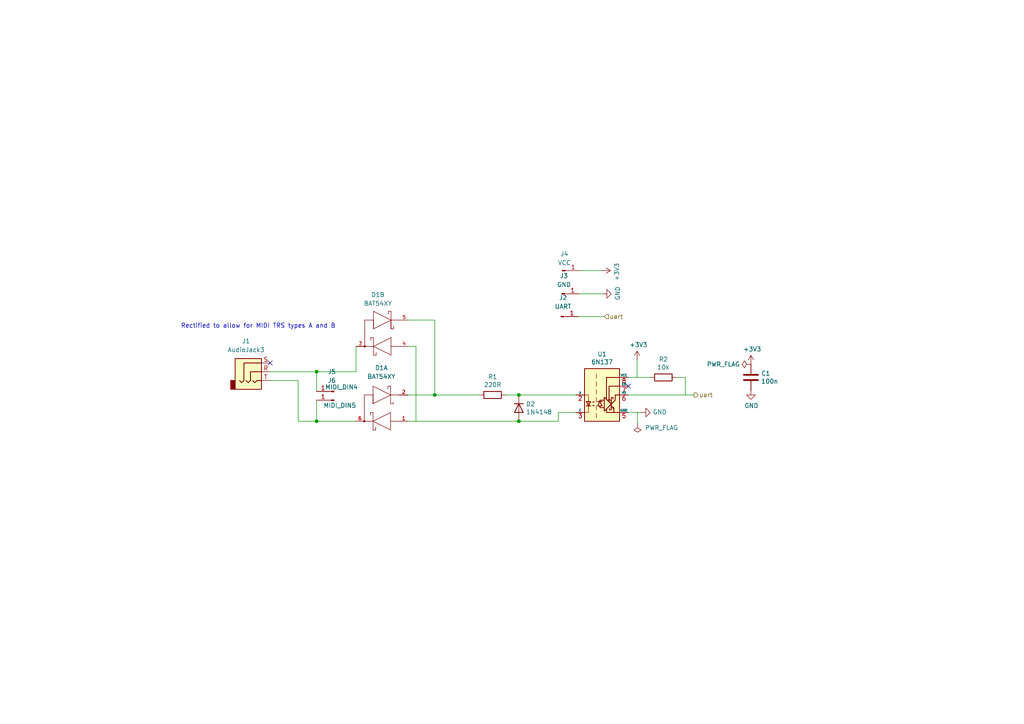
<source format=kicad_sch>
(kicad_sch (version 20211123) (generator eeschema)
  (paper "A4")
  (lib_symbols
    (symbol "Connector:AudioJack3"
      (property "Reference" "J" (at 0 8.89 0))
      (property "Value" "AudioJack3" (at 0 6.35 0))
      (symbol "AudioJack3_0_1"
        (rectangle (start -5.08 -5.08) (end -6.35 -2.54) (stroke (width 0.254)) (fill (type outline)))
        (polyline (pts (xy 0 -2.54) (xy 0.635 -3.175) (xy 1.27 -2.54) (xy 2.54 -2.54)) (stroke (width 0.254)))
        (polyline (pts (xy -1.905 -2.54) (xy -1.27 -3.175) (xy -0.635 -2.54) (xy -0.635 0) (xy 2.54 0)) (stroke (width 0.254)))
        (polyline (pts (xy 2.54 2.54) (xy -2.54 2.54) (xy -2.54 -2.54) (xy -3.175 -3.175) (xy -3.81 -2.54)) (stroke (width 0.254)))
        (rectangle (start 2.54 3.81) (end -5.08 -5.08) (stroke (width 0.254)) (fill (type background)))
      )
      (symbol "AudioJack3_1_1"
        (pin passive line (at 5.08 0 180) (length 2.54) (name "~") (number "R"))
        (pin passive line (at 5.08 2.54 180) (length 2.54) (name "~") (number "S"))
        (pin passive line (at 5.08 -2.54 180) (length 2.54) (name "~") (number "T"))
      )
    )
    (symbol "Connector:Conn_01x01_Male" (pin_names (offset 1.016) hide)
      (property "Reference" "J" (at 0 2.54 0))
      (property "Value" "Conn_01x01_Male" (at 0 -2.54 0))
      (symbol "Conn_01x01_Male_1_1"
        (polyline (pts (xy 1.27 0) (xy 0.8636 0)) (stroke (width 0.1524)))
        (rectangle (start 0.8636 0.127) (end 0 -0.127) (stroke (width 0.1524)) (fill (type outline)))
        (pin passive line (at 5.08 0 180) (length 3.81) (name "Pin_1") (number "1"))
      )
    )
    (symbol "Device:C" (pin_numbers hide) (pin_names (offset 0.254))
      (property "Reference" "C" (at 0.635 2.54 0))
      (property "Value" "C" (at 0.635 -2.54 0))
      (symbol "C_0_1"
        (polyline (pts (xy -2.032 -0.762) (xy 2.032 -0.762)) (stroke (width 0.508)))
        (polyline (pts (xy -2.032 0.762) (xy 2.032 0.762)) (stroke (width 0.508)))
      )
      (symbol "C_1_1"
        (pin passive line (at 0 3.81 270) (length 2.794) (name "~") (number "1"))
        (pin passive line (at 0 -3.81 90) (length 2.794) (name "~") (number "2"))
      )
    )
    (symbol "Device:R" (pin_numbers hide) (pin_names (offset 0))
      (property "Reference" "R" (at 2.032 0 90))
      (property "Value" "R" (at 0 0 90))
      (symbol "R_0_1"
        (rectangle (start -1.016 -2.54) (end 1.016 2.54) (stroke (width 0.254)))
      )
      (symbol "R_1_1"
        (pin passive line (at 0 3.81 270) (length 1.27) (name "~") (number "1"))
        (pin passive line (at 0 -3.81 90) (length 1.27) (name "~") (number "2"))
      )
    )
    (symbol "Diode:1N4148" (pin_numbers hide) (pin_names (offset 1.016) hide)
      (property "Reference" "D" (at 0 2.54 0))
      (property "Value" "1N4148" (at 0 -2.54 0))
      (symbol "1N4148_0_1"
        (polyline (pts (xy -1.27 1.27) (xy -1.27 -1.27)) (stroke (width 0.254)))
        (polyline (pts (xy 1.27 0) (xy -1.27 0)))
        (polyline (pts (xy 1.27 1.27) (xy 1.27 -1.27) (xy -1.27 0) (xy 1.27 1.27)) (stroke (width 0.254)))
      )
      (symbol "1N4148_1_1"
        (pin passive line (at -3.81 0 0) (length 2.54) (name "K") (number "1"))
        (pin passive line (at 3.81 0 180) (length 2.54) (name "A") (number "2"))
      )
    )
    (symbol "Isolator:6N137" (pin_names (offset 0))
      (property "Reference" "U" (at -4.064 8.89 0))
      (property "Value" "6N137" (at 0 -8.89 0))
      (symbol "6N137_0_1"
        (polyline (pts (xy 2.667 -3.556) (xy 2.667 -1.651)) (stroke (width 0.254)))
        (polyline (pts (xy 2.667 -2.159) (xy 2.667 -2.921)) (stroke (width 0.254)))
        (polyline (pts (xy 3.429 -3.937) (xy 3.429 -5.08)) (stroke (width 0.254)))
        (polyline (pts (xy -0.635 -3.302) (xy -0.635 -3.683) (xy 0.635 -3.683)) (stroke (width 0.254)))
        (polyline (pts (xy -0.635 -1.905) (xy -0.635 -1.524) (xy 0.508 -1.524)) (stroke (width 0.254)))
        (polyline (pts (xy 1.27 -4.064) (xy 1.27 -5.08) (xy 5.08 -5.08)) (stroke (width 0.254)))
        (polyline (pts (xy 1.27 -1.27) (xy 1.27 5.08) (xy 5.08 5.08)) (stroke (width 0.254)))
        (polyline (pts (xy 2.032 -1.27) (xy 2.032 2.54) (xy 5.08 2.54)) (stroke (width 0.254)))
        (polyline (pts (xy -5.08 -5.08) (xy -3.937 -5.08) (xy -3.937 0) (xy -5.08 0)))
        (polyline (pts (xy 2.667 -3.302) (xy 2.667 -4.318) (xy 2.159 -4.318) (xy 2.159 -3.937)) (stroke (width 0.254)))
        (polyline (pts (xy 2.667 -2.667) (xy 0.635 -4.699) (xy 0.635 -0.635) (xy 2.667 -2.667)) (stroke (width 0.254)))
        (polyline (pts (xy 2.667 -1.778) (xy 2.667 -0.762) (xy 3.175 -0.762) (xy 3.175 -1.143)) (stroke (width 0.254)))
        (polyline (pts (xy 2.794 -2.54) (xy 3.81 -1.524) (xy 3.81 0) (xy 5.08 0)) (stroke (width 0.254)))
        (polyline (pts (xy 2.667 -3.175) (xy 3.429 -3.937) (xy 3.302 -3.556) (xy 3.048 -3.81) (xy 3.429 -3.937)) (stroke (width 0.254)))
        (circle (center 2.032 -1.524) (radius 0.254) (stroke (width 0.254)))
      )
      (symbol "6N137_1_1"
        (rectangle (start -5.08 7.62) (end 5.08 -7.62) (stroke (width 0.254)) (fill (type background)))
        (polyline (pts (xy -4.572 -3.175) (xy -3.302 -3.175)) (stroke (width 0.254)))
        (polyline (pts (xy -1.651 -5.334) (xy -1.651 -6.604)))
        (polyline (pts (xy -1.651 -3.048) (xy -1.651 -4.318)))
        (polyline (pts (xy -1.651 -0.762) (xy -1.651 -2.032)))
        (polyline (pts (xy -1.651 1.524) (xy -1.651 0.254)))
        (polyline (pts (xy -1.651 3.81) (xy -1.651 2.54)))
        (polyline (pts (xy -1.651 6.096) (xy -1.651 4.826)))
        (polyline (pts (xy -1.27 -1.905) (xy 0 -1.905)) (stroke (width 0.254)))
        (polyline (pts (xy -3.937 -3.175) (xy -4.572 -1.905) (xy -3.302 -1.905) (xy -3.937 -3.175)) (stroke (width 0.254)))
        (polyline (pts (xy -0.635 -1.905) (xy -1.27 -3.175) (xy 0 -3.175) (xy -0.635 -1.905)) (stroke (width 0.254)))
        (polyline (pts (xy -2.921 -3.048) (xy -2.159 -3.048) (xy -2.54 -3.175) (xy -2.54 -2.921) (xy -2.159 -3.048)) (stroke (width 0.127)))
        (polyline (pts (xy -2.921 -2.032) (xy -2.159 -2.032) (xy -2.54 -2.159) (xy -2.54 -1.905) (xy -2.159 -2.032)) (stroke (width 0.127)))
        (pin no_connect line (at -5.08 5.08 0) (length 2.54) hide (name "NC") (number "1"))
        (pin passive line (at -7.62 0 0) (length 2.54) (name "A") (number "2"))
        (pin passive line (at -7.62 -5.08 0) (length 2.54) (name "C") (number "3"))
        (pin power_in line (at 7.62 -5.08 180) (length 2.54) (name "GND") (number "5"))
        (pin open_collector line (at 7.62 0 180) (length 2.54) (name "VO") (number "6"))
        (pin input line (at 7.62 2.54 180) (length 2.54) (name "EN") (number "7"))
        (pin power_in line (at 7.62 5.08 180) (length 2.54) (name "VCC") (number "8"))
      )
    )
    (symbol "eec:BAT54XYH" (pin_names (offset 1.016))
      (property "Reference" "D" (at 0 5.08 0))
      (property "Value" "BAT54XYH" (at 0 7.62 0))
      (symbol "BAT54XYH_1_1"
        (polyline (pts (xy 5.08 -7.62) (xy 7.62 -7.62)))
        (polyline (pts (xy 5.08 0) (xy 7.62 0)))
        (polyline (pts (xy 6.858 -5.08) (xy 6.858 -5.588)))
        (polyline (pts (xy 7.62 -10.16) (xy 8.382 -10.16)))
        (polyline (pts (xy 7.62 -7.62) (xy 12.7 -5.08)))
        (polyline (pts (xy 7.62 -5.08) (xy 6.858 -5.08)))
        (polyline (pts (xy 7.62 -5.08) (xy 7.62 -10.16)))
        (polyline (pts (xy 7.62 -2.54) (xy 12.7 0)))
        (polyline (pts (xy 7.62 2.54) (xy 7.62 -2.54)))
        (polyline (pts (xy 7.62 2.54) (xy 12.7 0)))
        (polyline (pts (xy 8.382 -10.16) (xy 8.382 -9.398)))
        (polyline (pts (xy 11.938 2.54) (xy 11.938 1.778)))
        (polyline (pts (xy 12.7 -10.16) (xy 7.62 -7.62)))
        (polyline (pts (xy 12.7 -7.62) (xy 12.7 -5.08)))
        (polyline (pts (xy 12.7 -7.62) (xy 15.24 -7.62)))
        (polyline (pts (xy 12.7 -5.08) (xy 12.7 -10.16)))
        (polyline (pts (xy 12.7 -2.54) (xy 13.462 -2.54)))
        (polyline (pts (xy 12.7 0) (xy 15.24 0)))
        (polyline (pts (xy 12.7 2.54) (xy 11.938 2.54)))
        (polyline (pts (xy 12.7 2.54) (xy 12.7 -2.54)))
        (polyline (pts (xy 13.462 -2.54) (xy 13.462 -1.778)))
        (polyline (pts (xy 15.24 0) (xy 15.24 -7.62)))
        (circle (center 15.24 0) (radius 0.254))
        (pin passive line (at 2.54 0 0) (length 2.54) (name "anode_1") (number "1"))
        (pin passive line (at 2.54 -7.62 0) (length 2.54) (name "cathode_2") (number "2"))
        (pin passive line (at 17.78 0 180) (length 2.54) (name "cathode1/anode2") (number "6"))
      )
      (symbol "BAT54XYH_2_1"
        (polyline (pts (xy 5.08 -7.62) (xy 7.62 -7.62)))
        (polyline (pts (xy 5.08 0) (xy 7.62 0)))
        (polyline (pts (xy 6.858 -5.08) (xy 6.858 -5.842)))
        (polyline (pts (xy 7.62 -10.16) (xy 8.382 -10.16)))
        (polyline (pts (xy 7.62 -7.62) (xy 7.62 -5.08)))
        (polyline (pts (xy 7.62 -7.62) (xy 12.7 -5.08)))
        (polyline (pts (xy 7.62 -5.08) (xy 6.858 -5.08)))
        (polyline (pts (xy 7.62 -5.08) (xy 7.62 -10.16)))
        (polyline (pts (xy 7.62 -2.54) (xy 12.7 0)))
        (polyline (pts (xy 7.62 2.54) (xy 7.62 -2.54)))
        (polyline (pts (xy 7.62 2.54) (xy 12.7 0)))
        (polyline (pts (xy 8.382 -10.16) (xy 8.382 -9.398)))
        (polyline (pts (xy 11.938 2.54) (xy 11.938 1.778)))
        (polyline (pts (xy 12.7 -10.16) (xy 7.62 -7.62)))
        (polyline (pts (xy 12.7 -7.62) (xy 12.7 -5.08)))
        (polyline (pts (xy 12.7 -5.08) (xy 12.7 -10.16)))
        (polyline (pts (xy 12.7 -2.54) (xy 13.462 -2.54)))
        (polyline (pts (xy 12.7 0) (xy 15.24 0)))
        (polyline (pts (xy 12.7 2.54) (xy 11.938 2.54)))
        (polyline (pts (xy 12.7 2.54) (xy 12.7 -2.54)))
        (polyline (pts (xy 13.462 -2.54) (xy 13.462 -1.778)))
        (polyline (pts (xy 15.24 -7.62) (xy 12.7 -7.62)))
        (polyline (pts (xy 15.24 0) (xy 15.24 -7.62)))
        (polyline (pts (xy 15.24 0) (xy 17.78 0)))
        (polyline (pts (xy 17.78 0) (xy 15.24 0)))
        (circle (center 15.24 0) (radius 0.254))
        (pin passive line (at 17.78 0 180) (length 2.54) (name "anode3/cathode4") (number "3"))
        (pin passive line (at 2.54 0 0) (length 2.54) (name "anode4") (number "4"))
        (pin passive line (at 2.54 -7.62 0) (length 2.54) (name "cathode3") (number "5"))
      )
    )
    (symbol "power:+3.3V" (power) (pin_names (offset 0))
      (property "Value" "+3.3V" (at 0 3.556 0))
      (symbol "+3.3V_0_1"
        (polyline (pts (xy -0.762 1.27) (xy 0 2.54)))
        (polyline (pts (xy 0 0) (xy 0 2.54)))
        (polyline (pts (xy 0 2.54) (xy 0.762 1.27)))
      )
      (symbol "+3.3V_1_1"
        (pin power_in line (at 0 0 90) (length 0) hide (name "+3V3") (number "1"))
      )
    )
    (symbol "power:GND" (power) (pin_names (offset 0))
      (property "Value" "GND" (at 0 -3.81 0))
      (symbol "GND_0_1"
        (polyline (pts (xy 0 0) (xy 0 -1.27) (xy 1.27 -1.27) (xy 0 -2.54) (xy -1.27 -1.27) (xy 0 -1.27)))
      )
      (symbol "GND_1_1"
        (pin power_in line (at 0 0 270) (length 0) hide (name "GND") (number "1"))
      )
    )
    (symbol "power:PWR_FLAG" (power) (pin_numbers hide) (pin_names (offset 0) hide)
      (property "Value" "PWR_FLAG" (at 0 3.81 0))
      (symbol "PWR_FLAG_0_0"
        (pin power_out line (at 0 0 90) (length 0) (name "pwr") (number "1"))
      )
      (symbol "PWR_FLAG_0_1"
        (polyline (pts (xy 0 0) (xy 0 1.27) (xy -1.016 1.905) (xy 0 2.54) (xy 1.016 1.905) (xy 0 1.27)))
      )
    )
  )
  (junction (at 126.111 114.554))
  (junction (at 150.495 114.554))
  (junction (at 150.495 122.174))
  (junction (at 91.821 122.174))
  (junction (at 91.821 107.823))
  (no_connect (at 182.245 112.014))
  (no_connect (at 78.359 105.283))
  (wire (pts (xy 198.755 114.554) (xy 201.295 114.554)))
  (wire (pts (xy 146.685 114.554) (xy 150.495 114.554)))
  (wire (pts (xy 120.65 100.457) (xy 120.65 122.174)))
  (wire (pts (xy 103.251 107.823) (xy 103.251 100.457)))
  (wire (pts (xy 118.491 100.457) (xy 120.65 100.457)))
  (wire (pts (xy 161.925 122.174) (xy 161.925 119.634)))
  (wire (pts (xy 78.359 110.363) (xy 86.487 110.363)))
  (wire (pts (xy 78.359 107.823) (xy 91.821 107.823)))
  (wire (pts (xy 91.821 107.823) (xy 103.251 107.823)))
  (wire (pts (xy 167.767 91.821) (xy 175.26 91.821)))
  (wire (pts (xy 150.495 122.174) (xy 161.925 122.174)))
  (wire (pts (xy 184.785 104.394) (xy 184.785 109.474)))
  (wire (pts (xy 182.245 114.554) (xy 198.755 114.554)))
  (wire (pts (xy 118.491 92.837) (xy 126.111 92.837)))
  (wire (pts (xy 125.984 114.554) (xy 126.111 114.554)))
  (wire (pts (xy 184.912 119.634) (xy 186.055 119.634)))
  (wire (pts (xy 182.245 109.474) (xy 184.785 109.474)))
  (wire (pts (xy 196.215 109.474) (xy 198.755 109.474)))
  (wire (pts (xy 118.364 122.174) (xy 120.65 122.174)))
  (wire (pts (xy 118.364 114.554) (xy 125.984 114.554)))
  (wire (pts (xy 91.821 122.174) (xy 103.124 122.174)))
  (wire (pts (xy 126.111 114.554) (xy 139.065 114.554)))
  (wire (pts (xy 184.785 109.474) (xy 188.595 109.474)))
  (wire (pts (xy 184.912 119.634) (xy 184.912 122.809)))
  (wire (pts (xy 168.148 78.486) (xy 174.498 78.486)))
  (wire (pts (xy 198.755 109.474) (xy 198.755 114.554)))
  (wire (pts (xy 126.111 92.837) (xy 126.111 114.554)))
  (wire (pts (xy 86.487 122.174) (xy 91.821 122.174)))
  (wire (pts (xy 150.495 114.554) (xy 167.005 114.554)))
  (wire (pts (xy 91.821 116.078) (xy 91.821 122.174)))
  (wire (pts (xy 168.021 85.217) (xy 174.752 85.217)))
  (wire (pts (xy 120.65 122.174) (xy 150.495 122.174)))
  (wire (pts (xy 86.487 110.363) (xy 86.487 122.174)))
  (wire (pts (xy 182.245 119.634) (xy 184.912 119.634)))
  (wire (pts (xy 91.821 107.823) (xy 91.821 113.538)))
  (wire (pts (xy 161.925 119.634) (xy 167.005 119.634)))
  (text "Rectified to allow for MIDI TRS types A and B" (at 52.451 95.377 0) (effects (font (size 1.27 1.27)) (justify left bottom)))
  (hierarchical_label "uart" (shape output) (at 201.295 114.554 0))
  (hierarchical_label "uart" (shape input) (at 175.26 91.821 0))
  (symbol (lib_id "Device:R") (at 192.405 109.474 270) (unit 1)
    (property "Reference" "R2" (at 192.405 104.2162 90))
    (property "Value" "10k" (at 192.405 106.5276 90))
    (property "Footprint" "Resistor_SMD:R_0603_1608Metric" (effects hide))
    (property "LCSC" "C25804" (effects hide))
  )
  (symbol (lib_id "power:+3.3V") (at 184.785 104.394 0) (unit 1)
    (property "Reference" "#PWR01" (effects hide))
    (property "Value" "+3.3V" (at 185.166 99.9998 0))
  )
  (symbol (lib_id "Connector:Conn_01x01_Male") (at 162.687 91.821 0) (unit 1)
    (property "Reference" "J2" (at 163.322 86.36 0))
    (property "Value" "UART" (at 163.322 88.9 0))
    (property "Footprint" "TestPoint:TestPoint_Pad_2.0x2.0mm" (effects hide))
  )
  (symbol (lib_id "Connector:Conn_01x01_Male") (at 162.941 85.217 0) (unit 1)
    (property "Reference" "J3" (at 163.576 80.01 0))
    (property "Value" "GND" (at 163.576 82.55 0))
    (property "Footprint" "TestPoint:TestPoint_Pad_2.0x2.0mm" (effects hide))
  )
  (symbol (lib_id "Connector:Conn_01x01_Male") (at 96.901 116.078 180) (unit 1)
    (property "Reference" "J6" (at 96.266 110.363 0))
    (property "Value" "MIDI_DIN5" (at 98.552 117.602 0))
    (property "Footprint" "TestPoint:TestPoint_Pad_2.0x2.0mm" (effects hide))
  )
  (symbol (lib_id "Connector:Conn_01x01_Male") (at 163.068 78.486 0) (unit 1)
    (property "Reference" "J4" (at 163.703 73.66 0))
    (property "Value" "VCC" (at 163.703 76.2 0))
    (property "Footprint" "TestPoint:TestPoint_Pad_2.0x2.0mm" (effects hide))
  )
  (symbol (lib_id "eec:BAT54XYH") (at 120.904 122.174 180) (unit 1)
    (property "Reference" "D1" (at 110.617 106.68 0))
    (property "Value" "BAT54XY" (at 110.617 109.22 0))
    (property "Footprint" "Package_TO_SOT_SMD:SOT-363_SC-70-6" (effects hide))
    (property "Datasheet" "https://assets.nexperia.com/documents/data-sheet/BAT54XY.pdf" (effects hide))
    (property "ambient temperature range high" "+125°C" (effects hide))
    (property "ambient temperature range low" "-55°C" (effects hide))
    (property "automotive" "Yes" (effects hide))
    (property "automotive grade" "Grade 1" (effects hide))
    (property "capacitance" "10pF" (effects hide))
    (property "category" "Diode" (effects hide))
    (property "device class L1" "Discrete Semiconductors" (effects hide))
    (property "device class L2" "Diodes" (effects hide))
    (property "device class L3" "Schottky Diodes" (effects hide))
    (property "digikey description" "DIODE ARRAY SCHOTTKY 30V SC-88" (effects hide))
    (property "digikey part number" "1727-2723-1-ND" (effects hide))
    (property "footprint url" "https://assets.nexperia.com/documents/outline-drawing/SOT363.pdf" (effects hide))
    (property "forward current" "200mA" (effects hide))
    (property "height" "1.1mm" (effects hide))
    (property "lead free" "Yes" (effects hide))
    (property "library id" "374a3860a4aefc37" (effects hide))
    (property "manufacturer" "Nexperia" (effects hide))
    (property "max junction temp" "+125°C" (effects hide))
    (property "max surge forward current" "600mA" (effects hide))
    (property "mouser part number" "771-BAT54XYH" (effects hide))
    (property "package" "SOT363" (effects hide))
    (property "peak reverse current" "2uA" (effects hide))
    (property "reverse voltage" "30V" (effects hide))
    (property "rohs" "Yes" (effects hide))
    (property "temperature range high" "+125°C" (effects hide))
  )
  (symbol (lib_id "power:PWR_FLAG") (at 217.805 105.664 90) (unit 1)
    (property "Reference" "#FLG0102" (effects hide))
    (property "Value" "PWR_FLAG" (at 214.63 105.6639 90) (effects (justify left)))
  )
  (symbol (lib_id "Isolator:6N137") (at 174.625 114.554 0) (unit 1)
    (property "Reference" "U1" (at 174.625 102.6922 0))
    (property "Value" "6N137" (at 174.625 105.0036 0))
    (property "Footprint" "Package_DIP:SMDIP-8_W9.53mm" (effects hide))
    (property "Datasheet" "https://docs.broadcom.com/docs/AV02-0940EN" (effects hide))
    (property "LCSC" "C110020" (effects hide))
  )
  (symbol (lib_id "power:+3.3V") (at 217.805 105.664 0) (unit 1)
    (property "Reference" "#PWR03" (effects hide))
    (property "Value" "+3.3V" (at 218.186 101.2698 0))
  )
  (symbol (lib_id "power:GND") (at 174.752 85.217 90) (unit 1)
    (property "Reference" "#PWR06" (effects hide))
    (property "Value" "GND" (at 179.1462 85.09 0))
  )
  (symbol (lib_id "power:GND") (at 186.055 119.634 90) (unit 1)
    (property "Reference" "#PWR02" (effects hide))
    (property "Value" "GND" (at 189.3062 119.507 90) (effects (justify right)))
  )
  (symbol (lib_id "Device:R") (at 142.875 114.554 270) (unit 1)
    (property "Reference" "R1" (at 142.875 109.2962 90))
    (property "Value" "220R" (at 142.875 111.6076 90))
    (property "Footprint" "Resistor_SMD:R_0603_1608Metric" (effects hide))
    (property "LCSC" "C22962" (effects hide))
  )
  (symbol (lib_id "Connector:AudioJack3") (at 73.279 107.823 0) (unit 1)
    (property "Reference" "J1" (at 71.374 98.933 0))
    (property "Value" "AudioJack3" (at 71.374 101.473 0))
    (property "Footprint" "Connector_Audio:Jack_3.5mm_CUI_SJ-3523-SMT_Horizontal" (effects hide))
  )
  (symbol (lib_id "Connector:Conn_01x01_Male") (at 96.901 113.538 180) (unit 1)
    (property "Reference" "J5" (at 96.266 107.823 0))
    (property "Value" "MIDI_DIN4" (at 99.06 112.268 0))
    (property "Footprint" "TestPoint:TestPoint_Pad_2.0x2.0mm" (effects hide))
  )
  (symbol (lib_id "Device:C") (at 217.805 109.474 0) (unit 1)
    (property "Reference" "C1" (at 220.726 108.3056 0) (effects (justify left)))
    (property "Value" "100n" (at 220.726 110.617 0) (effects (justify left)))
    (property "Footprint" "Capacitor_SMD:C_0603_1608Metric" (effects hide))
    (property "LCSC" "C14663" (effects hide))
  )
  (symbol (lib_id "Diode:1N4148") (at 150.495 118.364 270) (unit 1)
    (property "Reference" "D2" (at 152.527 117.1956 90) (effects (justify left)))
    (property "Value" "1N4148" (at 152.527 119.507 90) (effects (justify left)))
    (property "Footprint" "Diode_SMD:D_SOD-123" (effects hide))
    (property "Datasheet" "https://assets.nexperia.com/documents/data-sheet/1N4148_1N4448.pdf" (effects hide))
    (property "LCSC" "C81598" (effects hide))
  )
  (symbol (lib_id "power:GND") (at 217.805 113.284 0) (unit 1)
    (property "Reference" "#PWR04" (effects hide))
    (property "Value" "GND" (at 217.932 117.6782 0))
  )
  (symbol (lib_id "power:PWR_FLAG") (at 184.912 122.809 180) (unit 1)
    (property "Reference" "#FLG0101" (effects hide))
    (property "Value" "PWR_FLAG" (at 187.071 124.0789 0) (effects (justify right)))
  )
  (symbol (lib_id "power:+3.3V") (at 174.498 78.486 270) (unit 1)
    (property "Reference" "#PWR05" (effects hide))
    (property "Value" "+3.3V" (at 178.8922 78.867 0))
  )
  (symbol (lib_id "eec:BAT54XYH") (at 121.031 100.457 180) (unit 2)
    (property "Reference" "D1" (at 109.601 85.471 0))
    (property "Value" "BAT54XY" (at 109.601 88.011 0))
    (property "Footprint" "Package_TO_SOT_SMD:SOT-363_SC-70-6" (effects hide))
    (property "Datasheet" "https://assets.nexperia.com/documents/data-sheet/BAT54XY.pdf" (effects hide))
    (property "ambient temperature range high" "+125°C" (effects hide))
    (property "ambient temperature range low" "-55°C" (effects hide))
    (property "automotive" "Yes" (effects hide))
    (property "automotive grade" "Grade 1" (effects hide))
    (property "capacitance" "10pF" (effects hide))
    (property "category" "Diode" (effects hide))
    (property "device class L1" "Discrete Semiconductors" (effects hide))
    (property "device class L2" "Diodes" (effects hide))
    (property "device class L3" "Schottky Diodes" (effects hide))
    (property "digikey description" "DIODE ARRAY SCHOTTKY 30V SC-88" (effects hide))
    (property "digikey part number" "1727-2723-1-ND" (effects hide))
    (property "footprint url" "https://assets.nexperia.com/documents/outline-drawing/SOT363.pdf" (effects hide))
    (property "forward current" "200mA" (effects hide))
    (property "height" "1.1mm" (effects hide))
    (property "lead free" "Yes" (effects hide))
    (property "library id" "374a3860a4aefc37" (effects hide))
    (property "manufacturer" "Nexperia" (effects hide))
    (property "max junction temp" "+125°C" (effects hide))
    (property "max surge forward current" "600mA" (effects hide))
    (property "mouser part number" "771-BAT54XYH" (effects hide))
    (property "package" "SOT363" (effects hide))
    (property "peak reverse current" "2uA" (effects hide))
    (property "reverse voltage" "30V" (effects hide))
    (property "rohs" "Yes" (effects hide))
    (property "temperature range high" "+125°C" (effects hide))
  )
)
</source>
